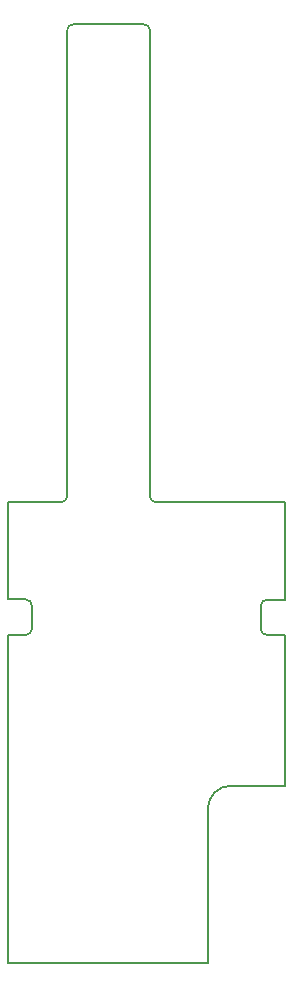
<source format=gbo>
G04 Layer_Color=16776960*
%FSLAX44Y44*%
%MOMM*%
G71*
G01*
G75*
%ADD10C,0.2000*%
D10*
X-64999Y303064D02*
G03*
X-69999Y308064I-5000J0D01*
G01*
Y278064D02*
G03*
X-64999Y283064I0J5000D01*
G01*
X133999Y307936D02*
G03*
X128999Y302936I0J-5000D01*
G01*
Y282936D02*
G03*
X133999Y277936I5000J0D01*
G01*
X35000Y395500D02*
G03*
X40000Y390500I5000J0D01*
G01*
X-30000Y795000D02*
G03*
X-35000Y790000I0J-5000D01*
G01*
X-40000Y390500D02*
G03*
X-35000Y395500I0J5000D01*
G01*
X104000Y150500D02*
G03*
X84000Y130500I0J-20000D01*
G01*
X35000Y790000D02*
G03*
X30000Y795000I-5000J0D01*
G01*
X-85000Y308000D02*
Y390500D01*
X-84999Y278064D02*
X-69999D01*
X-84999Y308064D02*
X-69999D01*
X-64999Y283064D02*
Y303064D01*
X128999Y282936D02*
Y302936D01*
X133999Y277936D02*
X148999D01*
X133999Y307936D02*
X148999D01*
X149000Y308000D02*
Y390500D01*
X84000Y0D02*
Y130500D01*
X84000Y-0D02*
X84000Y0D01*
X-85000Y-0D02*
X84000D01*
X-85000Y390500D02*
X-40000D01*
X-85000Y-0D02*
Y278000D01*
X104000Y150500D02*
X149000D01*
Y278000D01*
X40000Y390500D02*
X149000D01*
X35000Y395500D02*
Y790000D01*
X-30000Y795000D02*
X30000D01*
X-35000Y395500D02*
Y790000D01*
M02*

</source>
